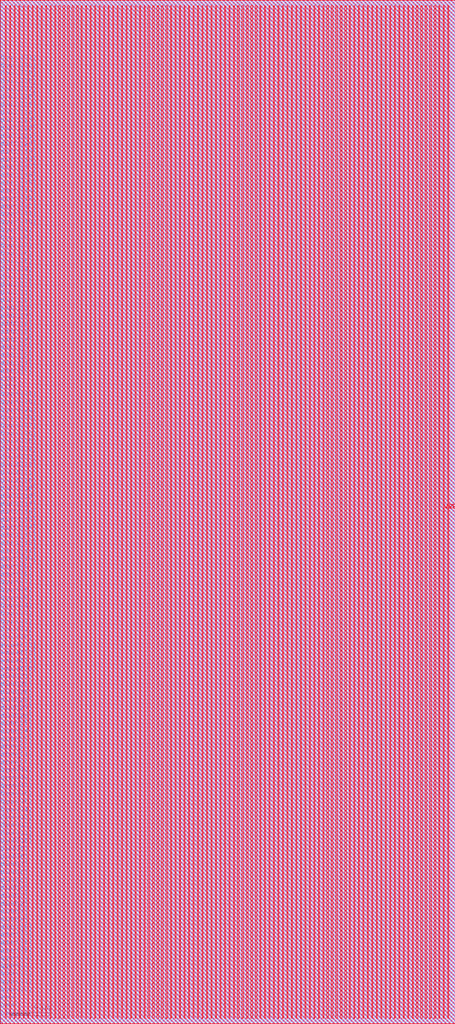
<source format=lef>
VERSION 5.7 ;
BUSBITCHARS "[]" ;
MACRO liteeth_1rw1r_32w384d_8_sram
  FOREIGN liteeth_1rw1r_32w384d_8_sram 0 0 ;
  SYMMETRY X Y R90 ;
  SIZE 114.000 BY 256.200 ;
  CLASS BLOCK ;
  PIN clk0
    DIRECTION INPUT ;
    USE SIGNAL ;
    SHAPE ABUTMENT ;
    PORT
      LAYER metal3 ;
      RECT 0.000 1.365 0.070 1.435 ;
    END
  END clk0
  PIN csb0
    DIRECTION INPUT ;
    USE SIGNAL ;
    SHAPE ABUTMENT ;
    PORT
      LAYER metal3 ;
      RECT 0.000 3.325 0.070 3.395 ;
    END
  END csb0
  PIN web0
    DIRECTION INPUT ;
    USE SIGNAL ;
    SHAPE ABUTMENT ;
    PORT
      LAYER metal3 ;
      RECT 0.000 5.285 0.070 5.355 ;
    END
  END web0
  PIN addr0[0]
    DIRECTION INPUT ;
    USE SIGNAL ;
    SHAPE ABUTMENT ;
    PORT
      LAYER metal3 ;
      RECT 0.000 7.245 0.070 7.315 ;
    END
  END addr0[0]
  PIN addr0[1]
    DIRECTION INPUT ;
    USE SIGNAL ;
    SHAPE ABUTMENT ;
    PORT
      LAYER metal3 ;
      RECT 0.000 9.205 0.070 9.275 ;
    END
  END addr0[1]
  PIN addr0[2]
    DIRECTION INPUT ;
    USE SIGNAL ;
    SHAPE ABUTMENT ;
    PORT
      LAYER metal3 ;
      RECT 0.000 11.165 0.070 11.235 ;
    END
  END addr0[2]
  PIN addr0[3]
    DIRECTION INPUT ;
    USE SIGNAL ;
    SHAPE ABUTMENT ;
    PORT
      LAYER metal3 ;
      RECT 0.000 13.125 0.070 13.195 ;
    END
  END addr0[3]
  PIN addr0[4]
    DIRECTION INPUT ;
    USE SIGNAL ;
    SHAPE ABUTMENT ;
    PORT
      LAYER metal3 ;
      RECT 0.000 15.085 0.070 15.155 ;
    END
  END addr0[4]
  PIN addr0[5]
    DIRECTION INPUT ;
    USE SIGNAL ;
    SHAPE ABUTMENT ;
    PORT
      LAYER metal3 ;
      RECT 0.000 17.045 0.070 17.115 ;
    END
  END addr0[5]
  PIN addr0[6]
    DIRECTION INPUT ;
    USE SIGNAL ;
    SHAPE ABUTMENT ;
    PORT
      LAYER metal3 ;
      RECT 0.000 19.005 0.070 19.075 ;
    END
  END addr0[6]
  PIN addr0[7]
    DIRECTION INPUT ;
    USE SIGNAL ;
    SHAPE ABUTMENT ;
    PORT
      LAYER metal3 ;
      RECT 0.000 20.965 0.070 21.035 ;
    END
  END addr0[7]
  PIN addr0[8]
    DIRECTION INPUT ;
    USE SIGNAL ;
    SHAPE ABUTMENT ;
    PORT
      LAYER metal3 ;
      RECT 0.000 22.925 0.070 22.995 ;
    END
  END addr0[8]
  PIN din0[0]
    DIRECTION INPUT ;
    USE SIGNAL ;
    SHAPE ABUTMENT ;
    PORT
      LAYER metal3 ;
      RECT 0.000 24.885 0.070 24.955 ;
    END
  END din0[0]
  PIN din0[1]
    DIRECTION INPUT ;
    USE SIGNAL ;
    SHAPE ABUTMENT ;
    PORT
      LAYER metal3 ;
      RECT 0.000 26.845 0.070 26.915 ;
    END
  END din0[1]
  PIN din0[2]
    DIRECTION INPUT ;
    USE SIGNAL ;
    SHAPE ABUTMENT ;
    PORT
      LAYER metal3 ;
      RECT 0.000 28.805 0.070 28.875 ;
    END
  END din0[2]
  PIN din0[3]
    DIRECTION INPUT ;
    USE SIGNAL ;
    SHAPE ABUTMENT ;
    PORT
      LAYER metal3 ;
      RECT 0.000 30.765 0.070 30.835 ;
    END
  END din0[3]
  PIN din0[4]
    DIRECTION INPUT ;
    USE SIGNAL ;
    SHAPE ABUTMENT ;
    PORT
      LAYER metal3 ;
      RECT 0.000 32.725 0.070 32.795 ;
    END
  END din0[4]
  PIN din0[5]
    DIRECTION INPUT ;
    USE SIGNAL ;
    SHAPE ABUTMENT ;
    PORT
      LAYER metal3 ;
      RECT 0.000 34.685 0.070 34.755 ;
    END
  END din0[5]
  PIN din0[6]
    DIRECTION INPUT ;
    USE SIGNAL ;
    SHAPE ABUTMENT ;
    PORT
      LAYER metal3 ;
      RECT 0.000 36.645 0.070 36.715 ;
    END
  END din0[6]
  PIN din0[7]
    DIRECTION INPUT ;
    USE SIGNAL ;
    SHAPE ABUTMENT ;
    PORT
      LAYER metal3 ;
      RECT 0.000 38.605 0.070 38.675 ;
    END
  END din0[7]
  PIN din0[8]
    DIRECTION INPUT ;
    USE SIGNAL ;
    SHAPE ABUTMENT ;
    PORT
      LAYER metal3 ;
      RECT 0.000 40.565 0.070 40.635 ;
    END
  END din0[8]
  PIN din0[9]
    DIRECTION INPUT ;
    USE SIGNAL ;
    SHAPE ABUTMENT ;
    PORT
      LAYER metal3 ;
      RECT 0.000 42.525 0.070 42.595 ;
    END
  END din0[9]
  PIN din0[10]
    DIRECTION INPUT ;
    USE SIGNAL ;
    SHAPE ABUTMENT ;
    PORT
      LAYER metal3 ;
      RECT 0.000 44.485 0.070 44.555 ;
    END
  END din0[10]
  PIN din0[11]
    DIRECTION INPUT ;
    USE SIGNAL ;
    SHAPE ABUTMENT ;
    PORT
      LAYER metal3 ;
      RECT 0.000 46.445 0.070 46.515 ;
    END
  END din0[11]
  PIN din0[12]
    DIRECTION INPUT ;
    USE SIGNAL ;
    SHAPE ABUTMENT ;
    PORT
      LAYER metal3 ;
      RECT 0.000 48.405 0.070 48.475 ;
    END
  END din0[12]
  PIN din0[13]
    DIRECTION INPUT ;
    USE SIGNAL ;
    SHAPE ABUTMENT ;
    PORT
      LAYER metal3 ;
      RECT 0.000 50.365 0.070 50.435 ;
    END
  END din0[13]
  PIN din0[14]
    DIRECTION INPUT ;
    USE SIGNAL ;
    SHAPE ABUTMENT ;
    PORT
      LAYER metal3 ;
      RECT 0.000 52.325 0.070 52.395 ;
    END
  END din0[14]
  PIN din0[15]
    DIRECTION INPUT ;
    USE SIGNAL ;
    SHAPE ABUTMENT ;
    PORT
      LAYER metal3 ;
      RECT 0.000 54.285 0.070 54.355 ;
    END
  END din0[15]
  PIN din0[16]
    DIRECTION INPUT ;
    USE SIGNAL ;
    SHAPE ABUTMENT ;
    PORT
      LAYER metal3 ;
      RECT 0.000 56.245 0.070 56.315 ;
    END
  END din0[16]
  PIN din0[17]
    DIRECTION INPUT ;
    USE SIGNAL ;
    SHAPE ABUTMENT ;
    PORT
      LAYER metal3 ;
      RECT 0.000 58.205 0.070 58.275 ;
    END
  END din0[17]
  PIN din0[18]
    DIRECTION INPUT ;
    USE SIGNAL ;
    SHAPE ABUTMENT ;
    PORT
      LAYER metal3 ;
      RECT 0.000 60.165 0.070 60.235 ;
    END
  END din0[18]
  PIN din0[19]
    DIRECTION INPUT ;
    USE SIGNAL ;
    SHAPE ABUTMENT ;
    PORT
      LAYER metal3 ;
      RECT 0.000 62.125 0.070 62.195 ;
    END
  END din0[19]
  PIN din0[20]
    DIRECTION INPUT ;
    USE SIGNAL ;
    SHAPE ABUTMENT ;
    PORT
      LAYER metal3 ;
      RECT 0.000 64.085 0.070 64.155 ;
    END
  END din0[20]
  PIN din0[21]
    DIRECTION INPUT ;
    USE SIGNAL ;
    SHAPE ABUTMENT ;
    PORT
      LAYER metal3 ;
      RECT 0.000 66.045 0.070 66.115 ;
    END
  END din0[21]
  PIN din0[22]
    DIRECTION INPUT ;
    USE SIGNAL ;
    SHAPE ABUTMENT ;
    PORT
      LAYER metal3 ;
      RECT 0.000 68.005 0.070 68.075 ;
    END
  END din0[22]
  PIN din0[23]
    DIRECTION INPUT ;
    USE SIGNAL ;
    SHAPE ABUTMENT ;
    PORT
      LAYER metal3 ;
      RECT 0.000 69.965 0.070 70.035 ;
    END
  END din0[23]
  PIN din0[24]
    DIRECTION INPUT ;
    USE SIGNAL ;
    SHAPE ABUTMENT ;
    PORT
      LAYER metal3 ;
      RECT 0.000 71.925 0.070 71.995 ;
    END
  END din0[24]
  PIN din0[25]
    DIRECTION INPUT ;
    USE SIGNAL ;
    SHAPE ABUTMENT ;
    PORT
      LAYER metal3 ;
      RECT 0.000 73.885 0.070 73.955 ;
    END
  END din0[25]
  PIN din0[26]
    DIRECTION INPUT ;
    USE SIGNAL ;
    SHAPE ABUTMENT ;
    PORT
      LAYER metal3 ;
      RECT 0.000 75.845 0.070 75.915 ;
    END
  END din0[26]
  PIN din0[27]
    DIRECTION INPUT ;
    USE SIGNAL ;
    SHAPE ABUTMENT ;
    PORT
      LAYER metal3 ;
      RECT 0.000 77.805 0.070 77.875 ;
    END
  END din0[27]
  PIN din0[28]
    DIRECTION INPUT ;
    USE SIGNAL ;
    SHAPE ABUTMENT ;
    PORT
      LAYER metal3 ;
      RECT 0.000 79.765 0.070 79.835 ;
    END
  END din0[28]
  PIN din0[29]
    DIRECTION INPUT ;
    USE SIGNAL ;
    SHAPE ABUTMENT ;
    PORT
      LAYER metal3 ;
      RECT 0.000 81.725 0.070 81.795 ;
    END
  END din0[29]
  PIN din0[30]
    DIRECTION INPUT ;
    USE SIGNAL ;
    SHAPE ABUTMENT ;
    PORT
      LAYER metal3 ;
      RECT 0.000 83.685 0.070 83.755 ;
    END
  END din0[30]
  PIN din0[31]
    DIRECTION INPUT ;
    USE SIGNAL ;
    SHAPE ABUTMENT ;
    PORT
      LAYER metal3 ;
      RECT 0.000 85.645 0.070 85.715 ;
    END
  END din0[31]
  PIN wmask0[0]
    DIRECTION INPUT ;
    USE SIGNAL ;
    SHAPE ABUTMENT ;
    PORT
      LAYER metal3 ;
      RECT 0.000 87.605 0.070 87.675 ;
    END
  END wmask0[0]
  PIN wmask0[1]
    DIRECTION INPUT ;
    USE SIGNAL ;
    SHAPE ABUTMENT ;
    PORT
      LAYER metal3 ;
      RECT 0.000 89.565 0.070 89.635 ;
    END
  END wmask0[1]
  PIN wmask0[2]
    DIRECTION INPUT ;
    USE SIGNAL ;
    SHAPE ABUTMENT ;
    PORT
      LAYER metal3 ;
      RECT 0.000 91.525 0.070 91.595 ;
    END
  END wmask0[2]
  PIN wmask0[3]
    DIRECTION INPUT ;
    USE SIGNAL ;
    SHAPE ABUTMENT ;
    PORT
      LAYER metal3 ;
      RECT 0.000 93.485 0.070 93.555 ;
    END
  END wmask0[3]
  PIN dout0[0]
    DIRECTION OUTPUT ;
    USE SIGNAL ;
    SHAPE ABUTMENT ;
    PORT
      LAYER metal3 ;
      RECT 0.000 95.445 0.070 95.515 ;
    END
  END dout0[0]
  PIN dout0[1]
    DIRECTION OUTPUT ;
    USE SIGNAL ;
    SHAPE ABUTMENT ;
    PORT
      LAYER metal3 ;
      RECT 0.000 97.405 0.070 97.475 ;
    END
  END dout0[1]
  PIN dout0[2]
    DIRECTION OUTPUT ;
    USE SIGNAL ;
    SHAPE ABUTMENT ;
    PORT
      LAYER metal3 ;
      RECT 0.000 99.365 0.070 99.435 ;
    END
  END dout0[2]
  PIN dout0[3]
    DIRECTION OUTPUT ;
    USE SIGNAL ;
    SHAPE ABUTMENT ;
    PORT
      LAYER metal3 ;
      RECT 0.000 101.325 0.070 101.395 ;
    END
  END dout0[3]
  PIN dout0[4]
    DIRECTION OUTPUT ;
    USE SIGNAL ;
    SHAPE ABUTMENT ;
    PORT
      LAYER metal3 ;
      RECT 0.000 103.285 0.070 103.355 ;
    END
  END dout0[4]
  PIN dout0[5]
    DIRECTION OUTPUT ;
    USE SIGNAL ;
    SHAPE ABUTMENT ;
    PORT
      LAYER metal3 ;
      RECT 0.000 105.245 0.070 105.315 ;
    END
  END dout0[5]
  PIN dout0[6]
    DIRECTION OUTPUT ;
    USE SIGNAL ;
    SHAPE ABUTMENT ;
    PORT
      LAYER metal3 ;
      RECT 0.000 107.205 0.070 107.275 ;
    END
  END dout0[6]
  PIN dout0[7]
    DIRECTION OUTPUT ;
    USE SIGNAL ;
    SHAPE ABUTMENT ;
    PORT
      LAYER metal3 ;
      RECT 0.000 109.165 0.070 109.235 ;
    END
  END dout0[7]
  PIN dout0[8]
    DIRECTION OUTPUT ;
    USE SIGNAL ;
    SHAPE ABUTMENT ;
    PORT
      LAYER metal3 ;
      RECT 0.000 111.125 0.070 111.195 ;
    END
  END dout0[8]
  PIN dout0[9]
    DIRECTION OUTPUT ;
    USE SIGNAL ;
    SHAPE ABUTMENT ;
    PORT
      LAYER metal3 ;
      RECT 0.000 113.085 0.070 113.155 ;
    END
  END dout0[9]
  PIN dout0[10]
    DIRECTION OUTPUT ;
    USE SIGNAL ;
    SHAPE ABUTMENT ;
    PORT
      LAYER metal3 ;
      RECT 0.000 115.045 0.070 115.115 ;
    END
  END dout0[10]
  PIN dout0[11]
    DIRECTION OUTPUT ;
    USE SIGNAL ;
    SHAPE ABUTMENT ;
    PORT
      LAYER metal3 ;
      RECT 0.000 117.005 0.070 117.075 ;
    END
  END dout0[11]
  PIN dout0[12]
    DIRECTION OUTPUT ;
    USE SIGNAL ;
    SHAPE ABUTMENT ;
    PORT
      LAYER metal3 ;
      RECT 0.000 118.965 0.070 119.035 ;
    END
  END dout0[12]
  PIN dout0[13]
    DIRECTION OUTPUT ;
    USE SIGNAL ;
    SHAPE ABUTMENT ;
    PORT
      LAYER metal3 ;
      RECT 0.000 120.925 0.070 120.995 ;
    END
  END dout0[13]
  PIN dout0[14]
    DIRECTION OUTPUT ;
    USE SIGNAL ;
    SHAPE ABUTMENT ;
    PORT
      LAYER metal3 ;
      RECT 0.000 122.885 0.070 122.955 ;
    END
  END dout0[14]
  PIN dout0[15]
    DIRECTION OUTPUT ;
    USE SIGNAL ;
    SHAPE ABUTMENT ;
    PORT
      LAYER metal3 ;
      RECT 0.000 124.845 0.070 124.915 ;
    END
  END dout0[15]
  PIN dout0[16]
    DIRECTION OUTPUT ;
    USE SIGNAL ;
    SHAPE ABUTMENT ;
    PORT
      LAYER metal3 ;
      RECT 0.000 126.805 0.070 126.875 ;
    END
  END dout0[16]
  PIN dout0[17]
    DIRECTION OUTPUT ;
    USE SIGNAL ;
    SHAPE ABUTMENT ;
    PORT
      LAYER metal3 ;
      RECT 0.000 128.765 0.070 128.835 ;
    END
  END dout0[17]
  PIN dout0[18]
    DIRECTION OUTPUT ;
    USE SIGNAL ;
    SHAPE ABUTMENT ;
    PORT
      LAYER metal3 ;
      RECT 0.000 130.725 0.070 130.795 ;
    END
  END dout0[18]
  PIN dout0[19]
    DIRECTION OUTPUT ;
    USE SIGNAL ;
    SHAPE ABUTMENT ;
    PORT
      LAYER metal3 ;
      RECT 0.000 132.685 0.070 132.755 ;
    END
  END dout0[19]
  PIN dout0[20]
    DIRECTION OUTPUT ;
    USE SIGNAL ;
    SHAPE ABUTMENT ;
    PORT
      LAYER metal3 ;
      RECT 0.000 134.645 0.070 134.715 ;
    END
  END dout0[20]
  PIN dout0[21]
    DIRECTION OUTPUT ;
    USE SIGNAL ;
    SHAPE ABUTMENT ;
    PORT
      LAYER metal3 ;
      RECT 0.000 136.605 0.070 136.675 ;
    END
  END dout0[21]
  PIN dout0[22]
    DIRECTION OUTPUT ;
    USE SIGNAL ;
    SHAPE ABUTMENT ;
    PORT
      LAYER metal3 ;
      RECT 0.000 138.565 0.070 138.635 ;
    END
  END dout0[22]
  PIN dout0[23]
    DIRECTION OUTPUT ;
    USE SIGNAL ;
    SHAPE ABUTMENT ;
    PORT
      LAYER metal3 ;
      RECT 0.000 140.525 0.070 140.595 ;
    END
  END dout0[23]
  PIN dout0[24]
    DIRECTION OUTPUT ;
    USE SIGNAL ;
    SHAPE ABUTMENT ;
    PORT
      LAYER metal3 ;
      RECT 0.000 142.485 0.070 142.555 ;
    END
  END dout0[24]
  PIN dout0[25]
    DIRECTION OUTPUT ;
    USE SIGNAL ;
    SHAPE ABUTMENT ;
    PORT
      LAYER metal3 ;
      RECT 0.000 144.445 0.070 144.515 ;
    END
  END dout0[25]
  PIN dout0[26]
    DIRECTION OUTPUT ;
    USE SIGNAL ;
    SHAPE ABUTMENT ;
    PORT
      LAYER metal3 ;
      RECT 0.000 146.405 0.070 146.475 ;
    END
  END dout0[26]
  PIN dout0[27]
    DIRECTION OUTPUT ;
    USE SIGNAL ;
    SHAPE ABUTMENT ;
    PORT
      LAYER metal3 ;
      RECT 0.000 148.365 0.070 148.435 ;
    END
  END dout0[27]
  PIN dout0[28]
    DIRECTION OUTPUT ;
    USE SIGNAL ;
    SHAPE ABUTMENT ;
    PORT
      LAYER metal3 ;
      RECT 0.000 150.325 0.070 150.395 ;
    END
  END dout0[28]
  PIN dout0[29]
    DIRECTION OUTPUT ;
    USE SIGNAL ;
    SHAPE ABUTMENT ;
    PORT
      LAYER metal3 ;
      RECT 0.000 152.285 0.070 152.355 ;
    END
  END dout0[29]
  PIN dout0[30]
    DIRECTION OUTPUT ;
    USE SIGNAL ;
    SHAPE ABUTMENT ;
    PORT
      LAYER metal3 ;
      RECT 0.000 154.245 0.070 154.315 ;
    END
  END dout0[30]
  PIN dout0[31]
    DIRECTION OUTPUT ;
    USE SIGNAL ;
    SHAPE ABUTMENT ;
    PORT
      LAYER metal3 ;
      RECT 0.000 156.205 0.070 156.275 ;
    END
  END dout0[31]
  PIN clk1
    DIRECTION INPUT ;
    USE SIGNAL ;
    SHAPE ABUTMENT ;
    PORT
      LAYER metal3 ;
      RECT 0.000 158.165 0.070 158.235 ;
    END
  END clk1
  PIN csb1
    DIRECTION INPUT ;
    USE SIGNAL ;
    SHAPE ABUTMENT ;
    PORT
      LAYER metal3 ;
      RECT 0.000 160.125 0.070 160.195 ;
    END
  END csb1
  PIN addr1[0]
    DIRECTION INPUT ;
    USE SIGNAL ;
    SHAPE ABUTMENT ;
    PORT
      LAYER metal3 ;
      RECT 0.000 162.085 0.070 162.155 ;
    END
  END addr1[0]
  PIN addr1[1]
    DIRECTION INPUT ;
    USE SIGNAL ;
    SHAPE ABUTMENT ;
    PORT
      LAYER metal3 ;
      RECT 0.000 164.045 0.070 164.115 ;
    END
  END addr1[1]
  PIN addr1[2]
    DIRECTION INPUT ;
    USE SIGNAL ;
    SHAPE ABUTMENT ;
    PORT
      LAYER metal3 ;
      RECT 0.000 166.005 0.070 166.075 ;
    END
  END addr1[2]
  PIN addr1[3]
    DIRECTION INPUT ;
    USE SIGNAL ;
    SHAPE ABUTMENT ;
    PORT
      LAYER metal3 ;
      RECT 0.000 167.965 0.070 168.035 ;
    END
  END addr1[3]
  PIN addr1[4]
    DIRECTION INPUT ;
    USE SIGNAL ;
    SHAPE ABUTMENT ;
    PORT
      LAYER metal3 ;
      RECT 0.000 169.925 0.070 169.995 ;
    END
  END addr1[4]
  PIN addr1[5]
    DIRECTION INPUT ;
    USE SIGNAL ;
    SHAPE ABUTMENT ;
    PORT
      LAYER metal3 ;
      RECT 0.000 171.885 0.070 171.955 ;
    END
  END addr1[5]
  PIN addr1[6]
    DIRECTION INPUT ;
    USE SIGNAL ;
    SHAPE ABUTMENT ;
    PORT
      LAYER metal3 ;
      RECT 0.000 173.845 0.070 173.915 ;
    END
  END addr1[6]
  PIN addr1[7]
    DIRECTION INPUT ;
    USE SIGNAL ;
    SHAPE ABUTMENT ;
    PORT
      LAYER metal3 ;
      RECT 0.000 175.805 0.070 175.875 ;
    END
  END addr1[7]
  PIN addr1[8]
    DIRECTION INPUT ;
    USE SIGNAL ;
    SHAPE ABUTMENT ;
    PORT
      LAYER metal3 ;
      RECT 0.000 177.765 0.070 177.835 ;
    END
  END addr1[8]
  PIN dout1[0]
    DIRECTION OUTPUT ;
    USE SIGNAL ;
    SHAPE ABUTMENT ;
    PORT
      LAYER metal3 ;
      RECT 0.000 179.725 0.070 179.795 ;
    END
  END dout1[0]
  PIN dout1[1]
    DIRECTION OUTPUT ;
    USE SIGNAL ;
    SHAPE ABUTMENT ;
    PORT
      LAYER metal3 ;
      RECT 0.000 181.685 0.070 181.755 ;
    END
  END dout1[1]
  PIN dout1[2]
    DIRECTION OUTPUT ;
    USE SIGNAL ;
    SHAPE ABUTMENT ;
    PORT
      LAYER metal3 ;
      RECT 0.000 183.645 0.070 183.715 ;
    END
  END dout1[2]
  PIN dout1[3]
    DIRECTION OUTPUT ;
    USE SIGNAL ;
    SHAPE ABUTMENT ;
    PORT
      LAYER metal3 ;
      RECT 0.000 185.605 0.070 185.675 ;
    END
  END dout1[3]
  PIN dout1[4]
    DIRECTION OUTPUT ;
    USE SIGNAL ;
    SHAPE ABUTMENT ;
    PORT
      LAYER metal3 ;
      RECT 0.000 187.565 0.070 187.635 ;
    END
  END dout1[4]
  PIN dout1[5]
    DIRECTION OUTPUT ;
    USE SIGNAL ;
    SHAPE ABUTMENT ;
    PORT
      LAYER metal3 ;
      RECT 0.000 189.525 0.070 189.595 ;
    END
  END dout1[5]
  PIN dout1[6]
    DIRECTION OUTPUT ;
    USE SIGNAL ;
    SHAPE ABUTMENT ;
    PORT
      LAYER metal3 ;
      RECT 0.000 191.485 0.070 191.555 ;
    END
  END dout1[6]
  PIN dout1[7]
    DIRECTION OUTPUT ;
    USE SIGNAL ;
    SHAPE ABUTMENT ;
    PORT
      LAYER metal3 ;
      RECT 0.000 193.445 0.070 193.515 ;
    END
  END dout1[7]
  PIN dout1[8]
    DIRECTION OUTPUT ;
    USE SIGNAL ;
    SHAPE ABUTMENT ;
    PORT
      LAYER metal3 ;
      RECT 0.000 195.405 0.070 195.475 ;
    END
  END dout1[8]
  PIN dout1[9]
    DIRECTION OUTPUT ;
    USE SIGNAL ;
    SHAPE ABUTMENT ;
    PORT
      LAYER metal3 ;
      RECT 0.000 197.365 0.070 197.435 ;
    END
  END dout1[9]
  PIN dout1[10]
    DIRECTION OUTPUT ;
    USE SIGNAL ;
    SHAPE ABUTMENT ;
    PORT
      LAYER metal3 ;
      RECT 0.000 199.325 0.070 199.395 ;
    END
  END dout1[10]
  PIN dout1[11]
    DIRECTION OUTPUT ;
    USE SIGNAL ;
    SHAPE ABUTMENT ;
    PORT
      LAYER metal3 ;
      RECT 0.000 201.285 0.070 201.355 ;
    END
  END dout1[11]
  PIN dout1[12]
    DIRECTION OUTPUT ;
    USE SIGNAL ;
    SHAPE ABUTMENT ;
    PORT
      LAYER metal3 ;
      RECT 0.000 203.245 0.070 203.315 ;
    END
  END dout1[12]
  PIN dout1[13]
    DIRECTION OUTPUT ;
    USE SIGNAL ;
    SHAPE ABUTMENT ;
    PORT
      LAYER metal3 ;
      RECT 0.000 205.205 0.070 205.275 ;
    END
  END dout1[13]
  PIN dout1[14]
    DIRECTION OUTPUT ;
    USE SIGNAL ;
    SHAPE ABUTMENT ;
    PORT
      LAYER metal3 ;
      RECT 0.000 207.165 0.070 207.235 ;
    END
  END dout1[14]
  PIN dout1[15]
    DIRECTION OUTPUT ;
    USE SIGNAL ;
    SHAPE ABUTMENT ;
    PORT
      LAYER metal3 ;
      RECT 0.000 209.125 0.070 209.195 ;
    END
  END dout1[15]
  PIN dout1[16]
    DIRECTION OUTPUT ;
    USE SIGNAL ;
    SHAPE ABUTMENT ;
    PORT
      LAYER metal3 ;
      RECT 0.000 211.085 0.070 211.155 ;
    END
  END dout1[16]
  PIN dout1[17]
    DIRECTION OUTPUT ;
    USE SIGNAL ;
    SHAPE ABUTMENT ;
    PORT
      LAYER metal3 ;
      RECT 0.000 213.045 0.070 213.115 ;
    END
  END dout1[17]
  PIN dout1[18]
    DIRECTION OUTPUT ;
    USE SIGNAL ;
    SHAPE ABUTMENT ;
    PORT
      LAYER metal3 ;
      RECT 0.000 215.005 0.070 215.075 ;
    END
  END dout1[18]
  PIN dout1[19]
    DIRECTION OUTPUT ;
    USE SIGNAL ;
    SHAPE ABUTMENT ;
    PORT
      LAYER metal3 ;
      RECT 0.000 216.965 0.070 217.035 ;
    END
  END dout1[19]
  PIN dout1[20]
    DIRECTION OUTPUT ;
    USE SIGNAL ;
    SHAPE ABUTMENT ;
    PORT
      LAYER metal3 ;
      RECT 0.000 218.925 0.070 218.995 ;
    END
  END dout1[20]
  PIN dout1[21]
    DIRECTION OUTPUT ;
    USE SIGNAL ;
    SHAPE ABUTMENT ;
    PORT
      LAYER metal3 ;
      RECT 0.000 220.885 0.070 220.955 ;
    END
  END dout1[21]
  PIN dout1[22]
    DIRECTION OUTPUT ;
    USE SIGNAL ;
    SHAPE ABUTMENT ;
    PORT
      LAYER metal3 ;
      RECT 0.000 222.845 0.070 222.915 ;
    END
  END dout1[22]
  PIN dout1[23]
    DIRECTION OUTPUT ;
    USE SIGNAL ;
    SHAPE ABUTMENT ;
    PORT
      LAYER metal3 ;
      RECT 0.000 224.805 0.070 224.875 ;
    END
  END dout1[23]
  PIN dout1[24]
    DIRECTION OUTPUT ;
    USE SIGNAL ;
    SHAPE ABUTMENT ;
    PORT
      LAYER metal3 ;
      RECT 0.000 226.765 0.070 226.835 ;
    END
  END dout1[24]
  PIN dout1[25]
    DIRECTION OUTPUT ;
    USE SIGNAL ;
    SHAPE ABUTMENT ;
    PORT
      LAYER metal3 ;
      RECT 0.000 228.725 0.070 228.795 ;
    END
  END dout1[25]
  PIN dout1[26]
    DIRECTION OUTPUT ;
    USE SIGNAL ;
    SHAPE ABUTMENT ;
    PORT
      LAYER metal3 ;
      RECT 0.000 230.685 0.070 230.755 ;
    END
  END dout1[26]
  PIN dout1[27]
    DIRECTION OUTPUT ;
    USE SIGNAL ;
    SHAPE ABUTMENT ;
    PORT
      LAYER metal3 ;
      RECT 0.000 232.645 0.070 232.715 ;
    END
  END dout1[27]
  PIN dout1[28]
    DIRECTION OUTPUT ;
    USE SIGNAL ;
    SHAPE ABUTMENT ;
    PORT
      LAYER metal3 ;
      RECT 0.000 234.605 0.070 234.675 ;
    END
  END dout1[28]
  PIN dout1[29]
    DIRECTION OUTPUT ;
    USE SIGNAL ;
    SHAPE ABUTMENT ;
    PORT
      LAYER metal3 ;
      RECT 0.000 236.565 0.070 236.635 ;
    END
  END dout1[29]
  PIN dout1[30]
    DIRECTION OUTPUT ;
    USE SIGNAL ;
    SHAPE ABUTMENT ;
    PORT
      LAYER metal3 ;
      RECT 0.000 238.525 0.070 238.595 ;
    END
  END dout1[30]
  PIN dout1[31]
    DIRECTION OUTPUT ;
    USE SIGNAL ;
    SHAPE ABUTMENT ;
    PORT
      LAYER metal3 ;
      RECT 0.000 240.485 0.070 240.555 ;
    END
  END dout1[31]
  PIN VSS
    DIRECTION INOUT ;
    USE GROUND ;
    PORT
      LAYER metal4 ;
      RECT 1.260 1.400 1.540 254.800 ;
      RECT 3.500 1.400 3.780 254.800 ;
      RECT 5.740 1.400 6.020 254.800 ;
      RECT 7.980 1.400 8.260 254.800 ;
      RECT 10.220 1.400 10.500 254.800 ;
      RECT 12.460 1.400 12.740 254.800 ;
      RECT 14.700 1.400 14.980 254.800 ;
      RECT 16.940 1.400 17.220 254.800 ;
      RECT 19.180 1.400 19.460 254.800 ;
      RECT 21.420 1.400 21.700 254.800 ;
      RECT 23.660 1.400 23.940 254.800 ;
      RECT 25.900 1.400 26.180 254.800 ;
      RECT 28.140 1.400 28.420 254.800 ;
      RECT 30.380 1.400 30.660 254.800 ;
      RECT 32.620 1.400 32.900 254.800 ;
      RECT 34.860 1.400 35.140 254.800 ;
      RECT 37.100 1.400 37.380 254.800 ;
      RECT 39.340 1.400 39.620 254.800 ;
      RECT 41.580 1.400 41.860 254.800 ;
      RECT 43.820 1.400 44.100 254.800 ;
      RECT 46.060 1.400 46.340 254.800 ;
      RECT 48.300 1.400 48.580 254.800 ;
      RECT 50.540 1.400 50.820 254.800 ;
      RECT 52.780 1.400 53.060 254.800 ;
      RECT 55.020 1.400 55.300 254.800 ;
      RECT 57.260 1.400 57.540 254.800 ;
      RECT 59.500 1.400 59.780 254.800 ;
      RECT 61.740 1.400 62.020 254.800 ;
      RECT 63.980 1.400 64.260 254.800 ;
      RECT 66.220 1.400 66.500 254.800 ;
      RECT 68.460 1.400 68.740 254.800 ;
      RECT 70.700 1.400 70.980 254.800 ;
      RECT 72.940 1.400 73.220 254.800 ;
      RECT 75.180 1.400 75.460 254.800 ;
      RECT 77.420 1.400 77.700 254.800 ;
      RECT 79.660 1.400 79.940 254.800 ;
      RECT 81.900 1.400 82.180 254.800 ;
      RECT 84.140 1.400 84.420 254.800 ;
      RECT 86.380 1.400 86.660 254.800 ;
      RECT 88.620 1.400 88.900 254.800 ;
      RECT 90.860 1.400 91.140 254.800 ;
      RECT 93.100 1.400 93.380 254.800 ;
      RECT 95.340 1.400 95.620 254.800 ;
      RECT 97.580 1.400 97.860 254.800 ;
      RECT 99.820 1.400 100.100 254.800 ;
      RECT 102.060 1.400 102.340 254.800 ;
      RECT 104.300 1.400 104.580 254.800 ;
      RECT 106.540 1.400 106.820 254.800 ;
      RECT 108.780 1.400 109.060 254.800 ;
      RECT 111.020 1.400 111.300 254.800 ;
    END
  END VSS
  PIN VDD
    DIRECTION INOUT ;
    USE POWER ;
    PORT
      LAYER metal4 ;
      RECT 2.380 1.400 2.660 254.800 ;
      RECT 4.620 1.400 4.900 254.800 ;
      RECT 6.860 1.400 7.140 254.800 ;
      RECT 9.100 1.400 9.380 254.800 ;
      RECT 11.340 1.400 11.620 254.800 ;
      RECT 13.580 1.400 13.860 254.800 ;
      RECT 15.820 1.400 16.100 254.800 ;
      RECT 18.060 1.400 18.340 254.800 ;
      RECT 20.300 1.400 20.580 254.800 ;
      RECT 22.540 1.400 22.820 254.800 ;
      RECT 24.780 1.400 25.060 254.800 ;
      RECT 27.020 1.400 27.300 254.800 ;
      RECT 29.260 1.400 29.540 254.800 ;
      RECT 31.500 1.400 31.780 254.800 ;
      RECT 33.740 1.400 34.020 254.800 ;
      RECT 35.980 1.400 36.260 254.800 ;
      RECT 38.220 1.400 38.500 254.800 ;
      RECT 40.460 1.400 40.740 254.800 ;
      RECT 42.700 1.400 42.980 254.800 ;
      RECT 44.940 1.400 45.220 254.800 ;
      RECT 47.180 1.400 47.460 254.800 ;
      RECT 49.420 1.400 49.700 254.800 ;
      RECT 51.660 1.400 51.940 254.800 ;
      RECT 53.900 1.400 54.180 254.800 ;
      RECT 56.140 1.400 56.420 254.800 ;
      RECT 58.380 1.400 58.660 254.800 ;
      RECT 60.620 1.400 60.900 254.800 ;
      RECT 62.860 1.400 63.140 254.800 ;
      RECT 65.100 1.400 65.380 254.800 ;
      RECT 67.340 1.400 67.620 254.800 ;
      RECT 69.580 1.400 69.860 254.800 ;
      RECT 71.820 1.400 72.100 254.800 ;
      RECT 74.060 1.400 74.340 254.800 ;
      RECT 76.300 1.400 76.580 254.800 ;
      RECT 78.540 1.400 78.820 254.800 ;
      RECT 80.780 1.400 81.060 254.800 ;
      RECT 83.020 1.400 83.300 254.800 ;
      RECT 85.260 1.400 85.540 254.800 ;
      RECT 87.500 1.400 87.780 254.800 ;
      RECT 89.740 1.400 90.020 254.800 ;
      RECT 91.980 1.400 92.260 254.800 ;
      RECT 94.220 1.400 94.500 254.800 ;
      RECT 96.460 1.400 96.740 254.800 ;
      RECT 98.700 1.400 98.980 254.800 ;
      RECT 100.940 1.400 101.220 254.800 ;
      RECT 103.180 1.400 103.460 254.800 ;
      RECT 105.420 1.400 105.700 254.800 ;
      RECT 107.660 1.400 107.940 254.800 ;
      RECT 109.900 1.400 110.180 254.800 ;
      RECT 112.140 1.400 112.420 254.800 ;
    END
  END VDD
  OBS
    LAYER metal1 ;
    RECT 0 0 114.000 256.200 ;
    LAYER metal2 ;
    RECT 0 0 114.000 256.200 ;
    LAYER metal3 ;
    RECT 0.070 0 114.000 256.200 ;
    LAYER metal4 ;
    RECT 0 0 114.000 256.200 ;
    LAYER OVERLAP ;
    RECT 0 0 114.000 256.200 ;
  END
END liteeth_1rw1r_32w384d_8_sram

END LIBRARY

</source>
